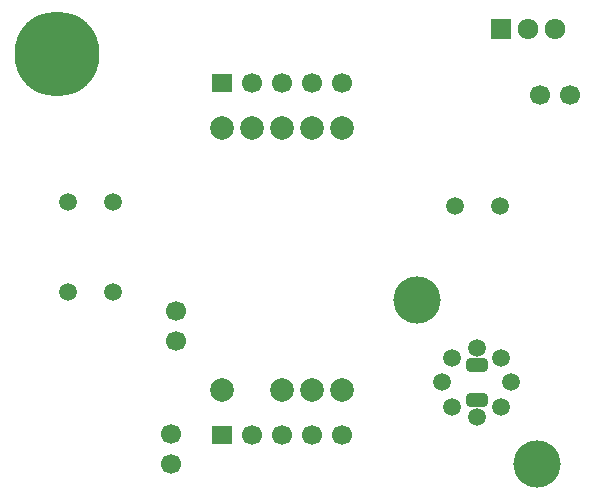
<source format=gbs>
%TF.GenerationSoftware,KiCad,Pcbnew,8.0.6*%
%TF.CreationDate,2025-01-21T00:38:55+01:00*%
%TF.ProjectId,3458A Ref A9 Clone,33343538-4120-4526-9566-20413920436c,B*%
%TF.SameCoordinates,Original*%
%TF.FileFunction,Soldermask,Bot*%
%TF.FilePolarity,Negative*%
%FSLAX46Y46*%
G04 Gerber Fmt 4.6, Leading zero omitted, Abs format (unit mm)*
G04 Created by KiCad (PCBNEW 8.0.6) date 2025-01-21 00:38:55*
%MOMM*%
%LPD*%
G01*
G04 APERTURE LIST*
G04 Aperture macros list*
%AMRoundRect*
0 Rectangle with rounded corners*
0 $1 Rounding radius*
0 $2 $3 $4 $5 $6 $7 $8 $9 X,Y pos of 4 corners*
0 Add a 4 corners polygon primitive as box body*
4,1,4,$2,$3,$4,$5,$6,$7,$8,$9,$2,$3,0*
0 Add four circle primitives for the rounded corners*
1,1,$1+$1,$2,$3*
1,1,$1+$1,$4,$5*
1,1,$1+$1,$6,$7*
1,1,$1+$1,$8,$9*
0 Add four rect primitives between the rounded corners*
20,1,$1+$1,$2,$3,$4,$5,0*
20,1,$1+$1,$4,$5,$6,$7,0*
20,1,$1+$1,$6,$7,$8,$9,0*
20,1,$1+$1,$8,$9,$2,$3,0*%
G04 Aperture macros list end*
%ADD10C,1.500000*%
%ADD11C,2.000000*%
%ADD12R,1.700000X1.524000*%
%ADD13C,1.700000*%
%ADD14C,4.000000*%
%ADD15R,1.710000X1.710000*%
%ADD16O,1.710000X1.800000*%
%ADD17C,7.200000*%
%ADD18RoundRect,0.250000X-0.650000X0.325000X-0.650000X-0.325000X0.650000X-0.325000X0.650000X0.325000X0*%
G04 APERTURE END LIST*
D10*
%TO.C,R415*%
X135001000Y-109270800D03*
X138811000Y-109270800D03*
%TD*%
%TO.C,R413*%
X171577000Y-109601000D03*
X167767000Y-109601000D03*
%TD*%
%TO.C,U401*%
X172543018Y-124519986D03*
X171687770Y-122455234D03*
X169623018Y-121599986D03*
X167558266Y-122455234D03*
X166703018Y-124519986D03*
X167558266Y-126584738D03*
X169623018Y-127439986D03*
X171687770Y-126584738D03*
%TD*%
D11*
%TO.C,J400*%
X148080000Y-125130000D03*
X153160000Y-125130000D03*
X155700000Y-125130000D03*
X158240000Y-125130000D03*
D12*
X148080000Y-128940000D03*
D13*
X150620000Y-128940000D03*
X153160000Y-128940000D03*
X155700000Y-128940000D03*
X158240000Y-128940000D03*
%TD*%
D10*
%TO.C,R414*%
X138811000Y-116890800D03*
X135001000Y-116890800D03*
%TD*%
D14*
%TO.C,REF\u002A\u002A*%
X174713949Y-131466051D03*
%TD*%
%TO.C,REF\u002A\u002A*%
X164563949Y-117576051D03*
%TD*%
D13*
%TO.C,TP2*%
X143713200Y-131445000D03*
%TD*%
%TO.C,TP6*%
X174955200Y-100177600D03*
%TD*%
%TO.C,TP3*%
X144145000Y-121031000D03*
%TD*%
%TO.C,TP4*%
X144144999Y-118491000D03*
%TD*%
D15*
%TO.C,Q401*%
X171704000Y-94615000D03*
D16*
X173984001Y-94615000D03*
X176264000Y-94615000D03*
%TD*%
D17*
%TO.C,REF\u002A\u002A*%
X134073840Y-96696051D03*
%TD*%
D13*
%TO.C,TP5*%
X177495200Y-100177600D03*
%TD*%
%TO.C,TP1*%
X143713200Y-128905000D03*
%TD*%
D11*
%TO.C,J401*%
X158250000Y-103020000D03*
X155710000Y-103020000D03*
X153170000Y-103020000D03*
X150630000Y-103020000D03*
X148090000Y-103020000D03*
D12*
X148090000Y-99210000D03*
D13*
X150630000Y-99210000D03*
X153170000Y-99210000D03*
X155710000Y-99210000D03*
X158250000Y-99210000D03*
%TD*%
D18*
%TO.C,C2*%
X169630018Y-123044985D03*
X169630018Y-125994987D03*
%TD*%
M02*

</source>
